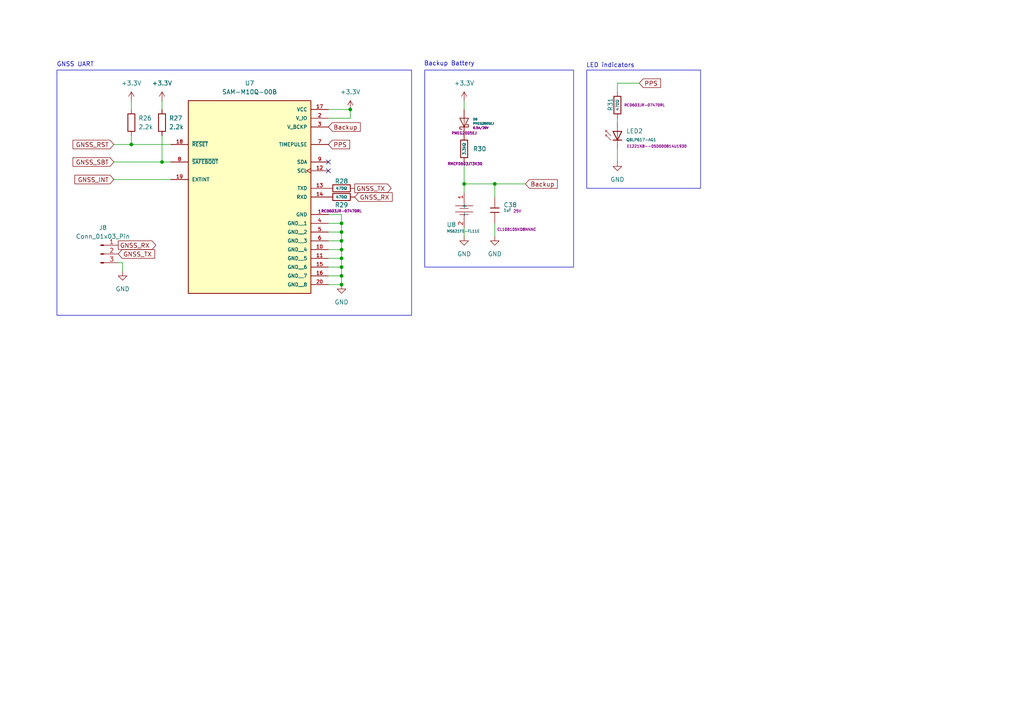
<source format=kicad_sch>
(kicad_sch (version 20250114) (generator "eeschema") (generator_version "9.0")
  (paper "A4")
  (lib_symbols
    (symbol "Connector:Conn_01x03_Pin" (pin_names (offset 1.016) (hide yes))
      (property "Reference" "J" (at 0 5.08 0))
      (property "Value" "Conn_01x03_Pin" (at 0 -5.08 0))
      (symbol "Conn_01x03_Pin_1_1"
        (rectangle (start 0.8636 2.667) (end 0 2.413) (stroke (width 0.1524)) (fill (type outline)))
        (rectangle (start 0.8636 0.127) (end 0 -0.127) (stroke (width 0.1524)) (fill (type outline)))
        (rectangle (start 0.8636 -2.413) (end 0 -2.667) (stroke (width 0.1524)) (fill (type outline)))
        (polyline (pts (xy 1.27 2.54) (xy 0.8636 2.54)) (stroke (width 0.1524)))
        (polyline (pts (xy 1.27 0) (xy 0.8636 0)) (stroke (width 0.1524)))
        (polyline (pts (xy 1.27 -2.54) (xy 0.8636 -2.54)) (stroke (width 0.1524)))
        (pin passive line (at 5.08 2.54 180) (length 3.81) (name "Pin_1") (number "1"))
        (pin passive line (at 5.08 0 180) (length 3.81) (name "Pin_2") (number "2"))
        (pin passive line (at 5.08 -2.54 180) (length 3.81) (name "Pin_3") (number "3"))
      )
    )
    (symbol "Device:R" (pin_numbers (hide yes)) (pin_names (offset 0))
      (property "Reference" "R" (at 2.032 0 90))
      (property "Value" "R" (at 0 0 90))
      (symbol "R_0_1"
        (rectangle (start -1.016 -2.54) (end 1.016 2.54) (stroke (width 0.254)))
      )
      (symbol "R_1_1"
        (pin passive line (at 0 3.81 270) (length 1.27) (name "~") (number "1"))
        (pin passive line (at 0 -3.81 90) (length 1.27) (name "~") (number "2"))
      )
    )
    (symbol "Diode:PMEG2005EJ" (pin_numbers (hide yes)) (pin_names (hide yes))
      (property "Reference" "D" (at 0 2.54 0))
      (property "Value" "PMEG2005EJ" (at 0 -2.54 0))
      (symbol "PMEG2005EJ_0_1"
        (polyline (pts (xy -1.905 0.635) (xy -1.905 1.27) (xy -1.27 1.27) (xy -1.27 -1.27) (xy -0.635 -1.27) (xy -0.635 -0.635)) (stroke (width 0.2032)))
        (polyline (pts (xy 1.27 1.27) (xy 1.27 -1.27) (xy -1.27 0) (xy 1.27 1.27)) (stroke (width 0.2032)))
        (polyline (pts (xy 1.27 0) (xy -1.27 0)))
      )
      (symbol "PMEG2005EJ_1_1"
        (pin passive line (at -3.81 0 0) (length 2.54) (name "K") (number "1"))
        (pin passive line (at 3.81 0 180) (length 2.54) (name "A") (number "2"))
      )
    )
    (symbol "EasyEDA:MS621FE-FL11E"
      (property "Reference" "U" (at 0 5.08 0))
      (property "Value" "MS621FE-FL11E" (at 0 -5.08 0))
      (symbol "MS621FE-FL11E_0_1"
        (polyline (pts (xy -2.54 0) (xy -1.27 0)))
        (polyline (pts (xy -1.27 2.54) (xy -1.27 -2.54)))
        (polyline (pts (xy -0.51 1.27) (xy -0.51 -1.27)))
        (polyline (pts (xy 0.51 2.54) (xy 0.51 -2.54)))
        (polyline (pts (xy 1.27 1.27) (xy 1.27 -1.27)))
        (polyline (pts (xy 1.27 0) (xy 2.54 0)))
        (pin power_in line (at -5.08 0 0) (length 2.54) (name "+") (number "1"))
        (pin power_in line (at 5.08 0 180) (length 2.54) (name "-") (number "2"))
      )
    )
    (symbol "PCM_JLCPCB-Capacitors:0402,1uF" (pin_numbers (hide yes)) (pin_names (offset 0))
      (property "Reference" "C" (at 2.032 1.668 0))
      (property "Value" "1uF" (at 2.032 -0.3782 0))
      (property "Voltage Rated" "25V" (at 2.032 -2.0462 0))
      (symbol "0402,1uF_0_1"
        (polyline (pts (xy -1.27 0.635) (xy 1.27 0.635)) (stroke (width 0.254)))
        (polyline (pts (xy -1.27 -0.635) (xy 1.27 -0.635)) (stroke (width 0.254)))
      )
      (symbol "0402,1uF_1_1"
        (pin passive line (at 0 3.81 270) (length 3.175) (name "~") (number "1"))
        (pin passive line (at 0 -3.81 90) (length 3.175) (name "~") (number "2"))
      )
    )
    (symbol "PCM_JLCPCB-Diodes:LED,0603,Red" (pin_numbers (hide yes)) (pin_names (offset 0))
      (property "Reference" "D" (at 2.032 0.834 0))
      (property "Value" "Red" (at 2.032 -1.2122 0))
      (symbol "LED,0603,Red_0_1"
        (polyline (pts (xy -1.905 0) (xy -3.429 1.524) (xy -3.429 1.016) (xy -3.429 1.524) (xy -2.921 1.524)) (stroke (width 0.127)))
        (polyline (pts (xy -1.905 -1.27) (xy -3.429 0.254) (xy -3.429 -0.254) (xy -3.429 0.254) (xy -2.921 0.254)) (stroke (width 0.127)))
        (polyline (pts (xy -1.27 1.27) (xy 0 -1.27) (xy 1.27 1.27) (xy -1.27 1.27)) (stroke (width 0.254)))
        (polyline (pts (xy -1.27 -1.27) (xy 1.27 -1.27)) (stroke (width 0.254)))
      )
      (symbol "LED,0603,Red_1_1"
        (pin passive line (at 0 3.81 270) (length 3.81) (name "~") (number "2"))
        (pin passive line (at 0 -3.81 90) (length 3.81) (name "~") (number "1"))
      )
    )
    (symbol "PCM_JLCPCB-Resistors:0402,3.3kΩ" (pin_numbers (hide yes)) (pin_names (offset 0))
      (property "Reference" "R" (at 1.778 0 0))
      (property "Value" "3.3kΩ" (at 0 0 90))
      (symbol "0402,3.3kΩ_0_1"
        (rectangle (start -1.016 2.54) (end 1.016 -2.54) (stroke (width 0.254)))
      )
      (symbol "0402,3.3kΩ_1_1"
        (pin passive line (at 0 3.81 270) (length 1.27) (name "~") (number "1"))
        (pin passive line (at 0 -3.81 90) (length 1.27) (name "~") (number "2"))
      )
    )
    (symbol "PCM_JLCPCB-Resistors:0402,470Ω" (pin_numbers (hide yes)) (pin_names (offset 0))
      (property "Reference" "R" (at 1.778 0 0))
      (property "Value" "470Ω" (at 0 0 90))
      (symbol "0402,470Ω_0_1"
        (rectangle (start -1.016 2.54) (end 1.016 -2.54) (stroke (width 0.254)))
      )
      (symbol "0402,470Ω_1_1"
        (pin passive line (at 0 3.81 270) (length 1.27) (name "~") (number "1"))
        (pin passive line (at 0 -3.81 90) (length 1.27) (name "~") (number "2"))
      )
    )
    (symbol "SAM-M10Q-00B:SAM-M10Q-00B" (pin_names (offset 1.016))
      (property "Reference" "U" (at -17.78 18.542 0))
      (property "Value" "SAM-M10Q-00B" (at -17.78 -40.64 0))
      (symbol "SAM-M10Q-00B_0_0"
        (rectangle (start -17.78 -38.1) (end 17.78 17.78) (stroke (width 0.254)) (fill (type background)))
        (pin input line (at -22.86 5.08 0) (length 5.08) (name "~{RESET}") (number "18"))
        (pin input line (at -22.86 0 0) (length 5.08) (name "~{SAFEBOOT}") (number "8"))
        (pin input line (at -22.86 -5.08 0) (length 5.08) (name "EXTINT") (number "19"))
        (pin power_in line (at 22.86 15.24 180) (length 5.08) (name "VCC") (number "17"))
        (pin power_in line (at 22.86 12.7 180) (length 5.08) (name "V_IO") (number "2"))
        (pin power_in line (at 22.86 10.16 180) (length 5.08) (name "V_BCKP") (number "3"))
        (pin output line (at 22.86 5.08 180) (length 5.08) (name "TIMEPULSE") (number "7"))
        (pin bidirectional line (at 22.86 0 180) (length 5.08) (name "SDA") (number "9"))
        (pin input clock (at 22.86 -2.54 180) (length 5.08) (name "SCL") (number "12"))
        (pin output line (at 22.86 -7.62 180) (length 5.08) (name "TXD") (number "13"))
        (pin input line (at 22.86 -10.16 180) (length 5.08) (name "RXD") (number "14"))
        (pin power_in line (at 22.86 -15.24 180) (length 5.08) (name "GND") (number "1"))
        (pin power_in line (at 22.86 -17.78 180) (length 5.08) (name "GND__1") (number "4"))
        (pin power_in line (at 22.86 -20.32 180) (length 5.08) (name "GND__2") (number "5"))
        (pin power_in line (at 22.86 -22.86 180) (length 5.08) (name "GND__3") (number "6"))
        (pin power_in line (at 22.86 -25.4 180) (length 5.08) (name "GND__4") (number "10"))
        (pin power_in line (at 22.86 -27.94 180) (length 5.08) (name "GND__5") (number "11"))
        (pin power_in line (at 22.86 -30.48 180) (length 5.08) (name "GND__6") (number "15"))
        (pin power_in line (at 22.86 -33.02 180) (length 5.08) (name "GND__7") (number "16"))
        (pin power_in line (at 22.86 -35.56 180) (length 5.08) (name "GND__8") (number "20"))
      )
    )
    (symbol "power:+3.3V" (power) (pin_numbers (hide yes)) (pin_names (offset 0) (hide yes))
      (property "Value" "+3.3V" (at 0 3.556 0))
      (symbol "+3.3V_0_1"
        (polyline (pts (xy -0.762 1.27) (xy 0 2.54)))
        (polyline (pts (xy 0 2.54) (xy 0.762 1.27)))
        (polyline (pts (xy 0 0) (xy 0 2.54)))
      )
      (symbol "+3.3V_1_1"
        (pin power_in line (at 0 0 90) (length 0) (name "~") (number "1"))
      )
    )
    (symbol "power:GND" (power) (pin_numbers (hide yes)) (pin_names (offset 0) (hide yes))
      (property "Value" "GND" (at 0 -3.81 0))
      (symbol "GND_0_1"
        (polyline (pts (xy 0 0) (xy 0 -1.27) (xy 1.27 -1.27) (xy 0 -2.54) (xy -1.27 -1.27) (xy 0 -1.27)))
      )
      (symbol "GND_1_1"
        (pin power_in line (at 0 0 270) (length 0) (name "~") (number "1"))
      )
    )
  )
  (rectangle (start 123.19 20.32) (end 166.37 77.47))
  (rectangle (start 170.18 20.32) (end 203.2 54.61))
  (rectangle (start 16.51 20.32) (end 119.38 91.44))
  (text "Backup Battery" (at 130.302 18.542 0) (effects (font (size 1.27 1.27))))
  (text "GNSS UART\n" (at 21.844 18.796 0) (effects (font (size 1.27 1.27))))
  (text "LED indicators" (at 177.038 19.05 0) (effects (font (size 1.27 1.27))))
  (junction (at 99.06 74.93))
  (junction (at 38.1 41.91))
  (junction (at 143.51 53.34))
  (junction (at 101.6 31.75))
  (junction (at 99.06 72.39))
  (junction (at 99.06 69.85))
  (junction (at 99.06 67.31))
  (junction (at 46.99 46.99))
  (junction (at 99.06 64.77))
  (junction (at 99.06 80.01))
  (junction (at 99.06 77.47))
  (junction (at 134.62 53.34))
  (junction (at 99.06 82.55))
  (no_connect (at 95.25 49.53))
  (no_connect (at 95.25 46.99))
  (wire (pts (xy 95.25 34.29) (xy 101.6 34.29)))
  (wire (pts (xy 33.02 46.99) (xy 46.99 46.99)))
  (wire (pts (xy 134.62 66.04) (xy 134.62 68.58)))
  (wire (pts (xy 95.25 64.77) (xy 99.06 64.77)))
  (wire (pts (xy 134.62 46.99) (xy 134.62 53.34)))
  (wire (pts (xy 35.56 78.74) (xy 35.56 76.2)))
  (wire (pts (xy 33.02 52.07) (xy 49.53 52.07)))
  (wire (pts (xy 99.06 80.01) (xy 99.06 82.55)))
  (wire (pts (xy 99.06 72.39) (xy 99.06 74.93)))
  (wire (pts (xy 99.06 69.85) (xy 99.06 72.39)))
  (wire (pts (xy 99.06 64.77) (xy 99.06 67.31)))
  (wire (pts (xy 179.07 24.13) (xy 179.07 26.67)))
  (wire (pts (xy 95.25 69.85) (xy 99.06 69.85)))
  (wire (pts (xy 143.51 53.34) (xy 143.51 57.15)))
  (wire (pts (xy 99.06 77.47) (xy 99.06 80.01)))
  (wire (pts (xy 95.25 77.47) (xy 99.06 77.47)))
  (wire (pts (xy 101.6 34.29) (xy 101.6 31.75)))
  (wire (pts (xy 46.99 46.99) (xy 49.53 46.99)))
  (wire (pts (xy 46.99 39.37) (xy 46.99 46.99)))
  (wire (pts (xy 95.25 62.23) (xy 99.06 62.23)))
  (wire (pts (xy 46.99 29.21) (xy 46.99 31.75)))
  (wire (pts (xy 99.06 74.93) (xy 99.06 77.47)))
  (wire (pts (xy 143.51 53.34) (xy 152.4 53.34)))
  (wire (pts (xy 134.62 53.34) (xy 134.62 55.88)))
  (wire (pts (xy 35.56 76.2) (xy 34.29 76.2)))
  (wire (pts (xy 134.62 29.21) (xy 134.62 31.75)))
  (wire (pts (xy 99.06 67.31) (xy 99.06 69.85)))
  (wire (pts (xy 95.25 74.93) (xy 99.06 74.93)))
  (wire (pts (xy 179.07 43.18) (xy 179.07 46.99)))
  (wire (pts (xy 95.25 31.75) (xy 101.6 31.75)))
  (wire (pts (xy 95.25 72.39) (xy 99.06 72.39)))
  (wire (pts (xy 185.42 24.13) (xy 179.07 24.13)))
  (wire (pts (xy 38.1 39.37) (xy 38.1 41.91)))
  (wire (pts (xy 95.25 82.55) (xy 99.06 82.55)))
  (wire (pts (xy 95.25 80.01) (xy 99.06 80.01)))
  (wire (pts (xy 33.02 41.91) (xy 38.1 41.91)))
  (wire (pts (xy 38.1 31.75) (xy 38.1 29.21)))
  (wire (pts (xy 143.51 64.77) (xy 143.51 68.58)))
  (wire (pts (xy 99.06 62.23) (xy 99.06 64.77)))
  (wire (pts (xy 179.07 34.29) (xy 179.07 35.56)))
  (wire (pts (xy 95.25 67.31) (xy 99.06 67.31)))
  (wire (pts (xy 143.51 53.34) (xy 134.62 53.34)))
  (wire (pts (xy 38.1 41.91) (xy 49.53 41.91)))
  (global_label "Backup" (shape input) (at 152.4 53.34 0) (property "Intersheetrefs" "${INTERSHEET_REFS}" (effects (hide yes))))
  (global_label "GNSS_SBT" (shape input) (at 33.02 46.99 180) (property "Intersheetrefs" "${INTERSHEET_REFS}" (effects (hide yes))))
  (global_label "GNSS_RST" (shape input) (at 33.02 41.91 180) (property "Intersheetrefs" "${INTERSHEET_REFS}" (effects (hide yes))))
  (global_label "Backup" (shape input) (at 95.25 36.83 0) (property "Intersheetrefs" "${INTERSHEET_REFS}" (effects (hide yes))))
  (global_label "GNSS_TX" (shape input) (at 34.29 73.66 0) (property "Intersheetrefs" "${INTERSHEET_REFS}" (effects (hide yes))))
  (global_label "GNSS_TX" (shape output) (at 102.87 54.61 0) (property "Intersheetrefs" "${INTERSHEET_REFS}" (effects (hide yes))))
  (global_label "GNSS_RX" (shape output) (at 34.29 71.12 0) (property "Intersheetrefs" "${INTERSHEET_REFS}" (effects (hide yes))))
  (global_label "GNSS_INT" (shape input) (at 33.02 52.07 180) (property "Intersheetrefs" "${INTERSHEET_REFS}" (effects (hide yes))))
  (global_label "PPS" (shape input) (at 185.42 24.13 0) (property "Intersheetrefs" "${INTERSHEET_REFS}" (effects (hide yes))))
  (global_label "PPS" (shape input) (at 95.25 41.91 0) (property "Intersheetrefs" "${INTERSHEET_REFS}" (effects (hide yes))))
  (global_label "GNSS_RX" (shape input) (at 102.87 57.15 0) (property "Intersheetrefs" "${INTERSHEET_REFS}" (effects (hide yes))))
  (symbol (lib_id "Diode:PMEG2005EJ") (at 134.62 35.56 90) (unit 1)
    (property "Reference" "D6" (at 137.16 34.6074 90) (effects (font (size 0.635 0.635)) (justify right)))
    (property "Value" "PMEG2005EJ" (at 137.16 35.814 90) (effects (font (size 0.635 0.635)) (justify right)))
    (property "Footprint" "Diode_SMD:D_SOD-323F" (effects (hide yes)))
    (property "Datasheet" "https://assets.nexperia.com/documents/data-sheet/PMEGXX05EH_EJ_SER.pdf" (effects (hide yes)))
    (property "Description" "20V, 500mA very low Vf MEGA Schottky barrier rectifier, SOD-323F" (effects (hide yes)))
    (property "Ratings" "0.5A/20V" (at 139.446 37.084 90) (effects (font (size 0.635 0.635))))
    (property "Digikey Parts" "PMEG2005EJ" (at 134.62 38.608 90) (effects (font (size 0.762 0.762))))
  )
  (symbol (lib_id "power:GND") (at 179.07 46.99 0) (unit 1)
    (property "Reference" "#PWR084" (effects (hide yes)))
    (property "Value" "GND" (at 179.07 52.07 0))
    (property "Description" "Power symbol creates a global label with name \"GND\" , ground" (effects (hide yes)))
  )
  (symbol (lib_id "EasyEDA:MS621FE-FL11E") (at 134.62 60.96 270) (unit 1)
    (property "Reference" "U8" (at 129.54 65.1509 90) (effects (justify left)))
    (property "Value" "MS621FE-FL11E" (at 129.54 67.056 90) (effects (font (size 0.762 0.762)) (justify left)))
    (property "Footprint" "EasyEDA:BAT-SMD_FL11E" (effects (hide yes)))
    (property "LCSC Part" "C80909" (effects (hide yes)))
  )
  (symbol (lib_id "PCM_JLCPCB-Resistors:0402,470Ω") (at 179.07 30.48 0) (unit 1)
    (property "Reference" "R31" (at 177.038 32.258 90) (effects (justify left)))
    (property "Value" "470Ω" (at 179.07 30.48 90) (effects (font (size 0.8 0.8))))
    (property "Footprint" "PCM_JLCPCB:R_0603" (effects (hide yes)))
    (property "Datasheet" "https://www.lcsc.com/datasheet/lcsc_datasheet_2205311900_UNI-ROYAL-Uniroyal-Elec-0402WGF4700TCE_C25117.pdf" (effects (hide yes)))
    (property "Description" "62.5mW Thick Film Resistors 50V ±100ppm/°C ±1% 470Ω 0402 Chip Resistor - Surface Mount ROHS" (effects (hide yes)))
    (property "LCSC" "C25117" (effects (hide yes)))
    (property "Stock" "591787" (effects (hide yes)))
    (property "Price" "0.004USD" (effects (hide yes)))
    (property "Process" "SMT" (effects (hide yes)))
    (property "Minimum Qty" "20" (effects (hide yes)))
    (property "Attrition Qty" "10" (effects (hide yes)))
    (property "Class" "Basic Component" (effects (hide yes)))
    (property "Category" "Resistors,Chip Resistor - Surface Mount" (effects (hide yes)))
    (property "Manufacturer" "UNI-ROYAL(Uniroyal Elec)" (effects (hide yes)))
    (property "Part" "0402WGF4700TCE" (effects (hide yes)))
    (property "Resistance" "470Ω" (effects (hide yes)))
    (property "Power(Watts)" "62.5mW" (effects (hide yes)))
    (property "Type" "Thick Film Resistors" (effects (hide yes)))
    (property "Overload Voltage (Max)" "50V" (effects (hide yes)))
    (property "Operating Temperature Range" "-55°C~+155°C" (effects (hide yes)))
    (property "Tolerance" "±1%" (effects (hide yes)))
    (property "Temperature Coefficient" "±100ppm/°C" (effects (hide yes)))
    (property "Digikey Parts" "RC0603JR-07470RL" (at 186.944 30.48 0) (effects (font (size 0.762 0.762))))
  )
  (symbol (lib_id "power:+3.3V") (at 46.99 29.21 0) (unit 1)
    (property "Reference" "#PWR078" (effects (hide yes)))
    (property "Value" "+3.3V" (at 46.99 24.13 0))
    (property "Description" "Power symbol creates a global label with name \"+3.3V\"" (effects (hide yes)))
  )
  (symbol (lib_id "power:GND") (at 143.51 68.58 0) (unit 1)
    (property "Reference" "#PWR083" (effects (hide yes)))
    (property "Value" "GND" (at 143.51 73.66 0))
    (property "Description" "Power symbol creates a global label with name \"GND\" , ground" (effects (hide yes)))
  )
  (symbol (lib_id "power:+3.3V") (at 101.6 31.75 0) (unit 1)
    (property "Reference" "#PWR080" (effects (hide yes)))
    (property "Value" "+3.3V" (at 101.6 26.67 0))
    (property "Description" "Power symbol creates a global label with name \"+3.3V\"" (effects (hide yes)))
  )
  (symbol (lib_id "Connector:Conn_01x03_Pin") (at 29.21 73.66 0) (unit 1)
    (property "Reference" "J8" (at 29.845 66.04 0))
    (property "Value" "Conn_01x03_Pin" (at 29.845 68.58 0))
    (property "Footprint" "Connector_PinHeader_2.54mm:PinHeader_1x03_P2.54mm_Vertical" (effects (hide yes)))
    (property "Description" "Generic connector, single row, 01x03, script generated" (effects (hide yes)))
  )
  (symbol (lib_id "PCM_JLCPCB-Resistors:0402,470Ω") (at 99.06 54.61 90) (unit 1)
    (property "Reference" "R28" (at 99.06 52.578 90))
    (property "Value" "470Ω" (at 99.06 54.61 90) (effects (font (size 0.8 0.8))))
    (property "Footprint" "PCM_JLCPCB:R_0603" (effects (hide yes)))
    (property "Datasheet" "https://www.lcsc.com/datasheet/lcsc_datasheet_2205311900_UNI-ROYAL-Uniroyal-Elec-0402WGF4700TCE_C25117.pdf" (effects (hide yes)))
    (property "Description" "62.5mW Thick Film Resistors 50V ±100ppm/°C ±1% 470Ω 0402 Chip Resistor - Surface Mount ROHS" (effects (hide yes)))
    (property "LCSC" "C25117" (effects (hide yes)))
    (property "Stock" "591787" (effects (hide yes)))
    (property "Price" "0.004USD" (effects (hide yes)))
    (property "Process" "SMT" (effects (hide yes)))
    (property "Minimum Qty" "20" (effects (hide yes)))
    (property "Attrition Qty" "10" (effects (hide yes)))
    (property "Class" "Basic Component" (effects (hide yes)))
    (property "Category" "Resistors,Chip Resistor - Surface Mount" (effects (hide yes)))
    (property "Manufacturer" "UNI-ROYAL(Uniroyal Elec)" (effects (hide yes)))
    (property "Part" "0402WGF4700TCE" (effects (hide yes)))
    (property "Resistance" "470Ω" (effects (hide yes)))
    (property "Power(Watts)" "62.5mW" (effects (hide yes)))
    (property "Type" "Thick Film Resistors" (effects (hide yes)))
    (property "Overload Voltage (Max)" "50V" (effects (hide yes)))
    (property "Operating Temperature Range" "-55°C~+155°C" (effects (hide yes)))
    (property "Tolerance" "±1%" (effects (hide yes)))
    (property "Temperature Coefficient" "±100ppm/°C" (effects (hide yes)))
    (property "Digikey Parts" "RC0603JR-07470RL" (effects (hide yes)))
  )
  (symbol (lib_id "power:GND") (at 35.56 78.74 0) (mirror y) (unit 1)
    (property "Reference" "#PWR076" (effects (hide yes)))
    (property "Value" "GND" (at 35.56 83.82 0))
    (property "Description" "Power symbol creates a global label with name \"GND\" , ground" (effects (hide yes)))
  )
  (symbol (lib_id "Device:R") (at 46.99 35.56 0) (unit 1)
    (property "Reference" "R27" (at 49.022 34.29 0) (effects (justify left)))
    (property "Value" "2.2k" (at 49.022 36.83 0) (effects (justify left)))
    (property "Description" "Resistor" (effects (hide yes)))
  )
  (symbol (lib_id "PCM_JLCPCB-Resistors:0402,3.3kΩ") (at 134.62 43.18 0) (unit 1)
    (property "Reference" "R30" (at 137.16 43.1799 0) (effects (justify left)))
    (property "Value" "3.3kΩ" (at 134.62 43.18 90) (effects (font (size 0.8 0.8))))
    (property "Footprint" "PCM_JLCPCB:R_0603" (effects (hide yes)))
    (property "Datasheet" "https://www.lcsc.com/datasheet/lcsc_datasheet_2206010045_UNI-ROYAL-Uniroyal-Elec-0402WGF3301TCE_C25890.pdf" (effects (hide yes)))
    (property "Description" "62.5mW Thick Film Resistors 50V ±100ppm/°C ±1% 3.3kΩ 0402 Chip Resistor - Surface Mount ROHS" (effects (hide yes)))
    (property "LCSC" "C25890" (effects (hide yes)))
    (property "Stock" "858002" (effects (hide yes)))
    (property "Price" "0.004USD" (effects (hide yes)))
    (property "Process" "SMT" (effects (hide yes)))
    (property "Minimum Qty" "20" (effects (hide yes)))
    (property "Attrition Qty" "10" (effects (hide yes)))
    (property "Class" "Basic Component" (effects (hide yes)))
    (property "Category" "Resistors,Chip Resistor - Surface Mount" (effects (hide yes)))
    (property "Manufacturer" "UNI-ROYAL(Uniroyal Elec)" (effects (hide yes)))
    (property "Part" "0402WGF3301TCE" (effects (hide yes)))
    (property "Resistance" "3.3kΩ" (effects (hide yes)))
    (property "Power(Watts)" "62.5mW" (effects (hide yes)))
    (property "Type" "Thick Film Resistors" (effects (hide yes)))
    (property "Overload Voltage (Max)" "50V" (effects (hide yes)))
    (property "Operating Temperature Range" "-55°C~+155°C" (effects (hide yes)))
    (property "Tolerance" "±1%" (effects (hide yes)))
    (property "Temperature Coefficient" "±100ppm/°C" (effects (hide yes)))
    (property "Digikey Parts" "RMCF0603JT3K30" (at 134.874 47.498 0) (effects (font (size 0.762 0.762))))
  )
  (symbol (lib_id "power:GND") (at 134.62 68.58 0) (unit 1)
    (property "Reference" "#PWR082" (effects (hide yes)))
    (property "Value" "GND" (at 134.62 73.66 0))
    (property "Description" "Power symbol creates a global label with name \"GND\" , ground" (effects (hide yes)))
  )
  (symbol (lib_id "power:+3.3V") (at 38.1 29.21 0) (unit 1)
    (property "Reference" "#PWR077" (effects (hide yes)))
    (property "Value" "+3.3V" (at 38.1 24.13 0))
    (property "Description" "Power symbol creates a global label with name \"+3.3V\"" (effects (hide yes)))
  )
  (symbol (lib_id "SAM-M10Q-00B:SAM-M10Q-00B") (at 72.39 46.99 0) (unit 1)
    (property "Reference" "U7" (at 72.39 24.13 0))
    (property "Value" "SAM-M10Q-00B" (at 72.39 26.67 0))
    (property "Footprint" "SAM_M10Q_00B:XCVR_SAM-M10Q-00B" (effects (hide yes)))
    (property "PARTREV" "R03" (effects (hide yes)))
    (property "MANUFACTURER" "u-blox" (effects (hide yes)))
    (property "STANDARD" "Manufacturer Recommendations" (effects (hide yes)))
    (property "MAXIMUM_PACKAGE_HEIGHT" "6.8mm" (effects (hide yes)))
    (property "SNAPEDA_PN" "SAM-M10Q-00B" (effects (hide yes)))
  )
  (symbol (lib_id "PCM_JLCPCB-Capacitors:0402,1uF") (at 143.51 60.96 0) (unit 1)
    (property "Reference" "C38" (at 146.05 59.436 0) (effects (justify left)))
    (property "Value" "1uF" (at 146.05 60.96 0) (effects (font (size 0.8 0.8)) (justify left)))
    (property "Footprint" "PCM_JLCPCB:C_0603" (effects (hide yes)))
    (property "Datasheet" "https://www.lcsc.com/datasheet/lcsc_datasheet_2304140030_Samsung-Electro-Mechanics-CL05A105KA5NQNC_C52923.pdf" (effects (hide yes)))
    (property "Description" "25V 1uF X5R ±10% 0402 Multilayer Ceramic Capacitors MLCC - SMD/SMT ROHS" (effects (hide yes)))
    (property "LCSC" "C52923" (effects (hide yes)))
    (property "Stock" "4952869" (effects (hide yes)))
    (property "Price" "0.006USD" (effects (hide yes)))
    (property "Process" "SMT" (effects (hide yes)))
    (property "Minimum Qty" "20" (effects (hide yes)))
    (property "Attrition Qty" "10" (effects (hide yes)))
    (property "Class" "Basic Component" (effects (hide yes)))
    (property "Category" "Capacitors,Multilayer Ceramic Capacitors MLCC - SMD/SMT" (effects (hide yes)))
    (property "Manufacturer" "Samsung Electro-Mechanics" (effects (hide yes)))
    (property "Part" "CL05A105KA5NQNC" (effects (hide yes)))
    (property "Voltage Rated" "25V" (at 148.844 61.214 0) (effects (font (size 0.8 0.8)) (justify left)))
    (property "Tolerance" "±10%" (effects (hide yes)))
    (property "Capacitance" "1uF" (effects (hide yes)))
    (property "Temperature Coefficient" "X5R" (effects (hide yes)))
    (property "Digikey Parts" "CL10B105KO8NNNC" (at 149.86 66.548 0) (effects (font (size 0.762 0.762))))
  )
  (symbol (lib_id "PCM_JLCPCB-Resistors:0402,470Ω") (at 99.06 57.15 90) (unit 1)
    (property "Reference" "R29" (at 99.06 59.436 90))
    (property "Value" "470Ω" (at 99.06 57.15 90) (effects (font (size 0.8 0.8))))
    (property "Footprint" "PCM_JLCPCB:R_0603" (effects (hide yes)))
    (property "Datasheet" "https://www.lcsc.com/datasheet/lcsc_datasheet_2205311900_UNI-ROYAL-Uniroyal-Elec-0402WGF4700TCE_C25117.pdf" (effects (hide yes)))
    (property "Description" "62.5mW Thick Film Resistors 50V ±100ppm/°C ±1% 470Ω 0402 Chip Resistor - Surface Mount ROHS" (effects (hide yes)))
    (property "LCSC" "C25117" (effects (hide yes)))
    (property "Stock" "591787" (effects (hide yes)))
    (property "Price" "0.004USD" (effects (hide yes)))
    (property "Process" "SMT" (effects (hide yes)))
    (property "Minimum Qty" "20" (effects (hide yes)))
    (property "Attrition Qty" "10" (effects (hide yes)))
    (property "Class" "Basic Component" (effects (hide yes)))
    (property "Category" "Resistors,Chip Resistor - Surface Mount" (effects (hide yes)))
    (property "Manufacturer" "UNI-ROYAL(Uniroyal Elec)" (effects (hide yes)))
    (property "Part" "0402WGF4700TCE" (effects (hide yes)))
    (property "Resistance" "470Ω" (effects (hide yes)))
    (property "Power(Watts)" "62.5mW" (effects (hide yes)))
    (property "Type" "Thick Film Resistors" (effects (hide yes)))
    (property "Overload Voltage (Max)" "50V" (effects (hide yes)))
    (property "Operating Temperature Range" "-55°C~+155°C" (effects (hide yes)))
    (property "Tolerance" "±1%" (effects (hide yes)))
    (property "Temperature Coefficient" "±100ppm/°C" (effects (hide yes)))
    (property "Digikey Parts" "RC0603JR-07470RL" (at 99.06 61.214 90) (effects (font (size 0.762 0.762))))
  )
  (symbol (lib_id "PCM_JLCPCB-Diodes:LED,0603,Red") (at 179.07 39.37 0) (unit 1)
    (property "Reference" "LED2" (at 181.61 38.0046 0) (effects (justify left)))
    (property "Value" "QBLP617-AG1" (at 181.61 40.5447 0) (effects (font (size 0.8 0.8)) (justify left)))
    (property "Footprint" "PCM_JLCPCB:D_0603" (effects (hide yes)))
    (property "Datasheet" "https://www.lcsc.com/datasheet/lcsc_datasheet_1810231112_Hubei-KENTO-Elec-KT-0603R_C2286.pdf" (effects (hide yes)))
    (property "Description" "-40°C~+85°C Red 0603 LED Indication - Discrete ROHS" (effects (hide yes)))
    (property "LCSC" "C2286" (effects (hide yes)))
    (property "Stock" "3021632" (effects (hide yes)))
    (property "Price" "0.009USD" (effects (hide yes)))
    (property "Process" "SMT" (effects (hide yes)))
    (property "Minimum Qty" "20" (effects (hide yes)))
    (property "Attrition Qty" "6" (effects (hide yes)))
    (property "Class" "Basic Component" (effects (hide yes)))
    (property "Category" "Optocouplers & LEDs & Infrared,Light Emitting Diodes (LED)" (effects (hide yes)))
    (property "Manufacturer" "Hubei KENTO Elec" (effects (hide yes)))
    (property "Part" "KT-0603R" (effects (hide yes)))
    (property "Digikey Parts" "E1221NB--05D000814U1930" (at 190.5 42.418 0) (effects (font (size 0.762 0.762))))
  )
  (symbol (lib_id "Device:R") (at 38.1 35.56 0) (unit 1)
    (property "Reference" "R26" (at 40.132 34.29 0) (effects (justify left)))
    (property "Value" "2.2k" (at 40.132 36.83 0) (effects (justify left)))
    (property "Description" "Resistor" (effects (hide yes)))
  )
  (symbol (lib_id "power:GND") (at 99.06 82.55 0) (unit 1)
    (property "Reference" "#PWR079" (effects (hide yes)))
    (property "Value" "GND" (at 99.06 87.63 0))
    (property "Description" "Power symbol creates a global label with name \"GND\" , ground" (effects (hide yes)))
  )
  (symbol (lib_id "power:+3.3V") (at 134.62 29.21 0) (unit 1)
    (property "Reference" "#PWR081" (effects (hide yes)))
    (property "Value" "+3.3V" (at 134.62 24.13 0))
    (property "Description" "Power symbol creates a global label with name \"+3.3V\"" (effects (hide yes)))
  )
)
</source>
